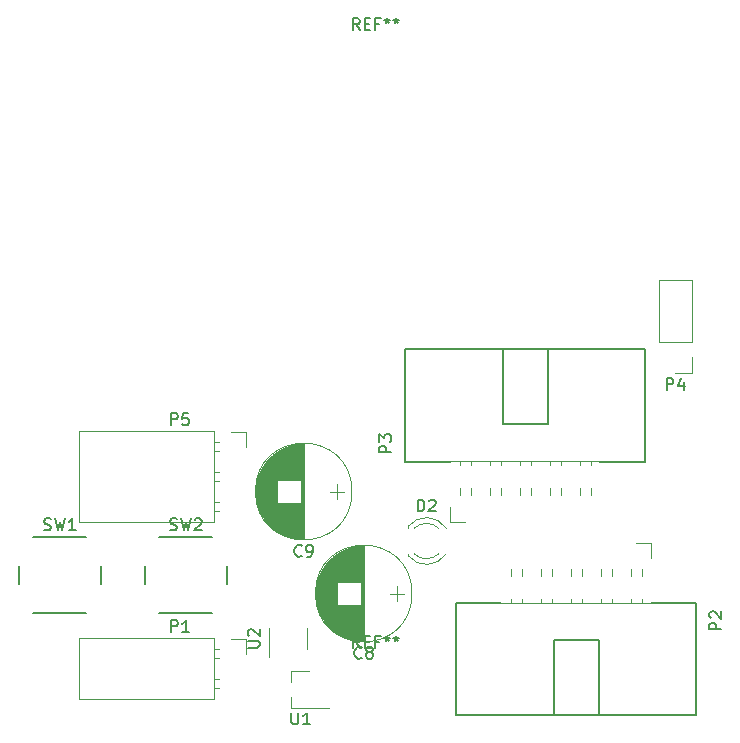
<source format=gbr>
G04 #@! TF.FileFunction,Legend,Top*
%FSLAX46Y46*%
G04 Gerber Fmt 4.6, Leading zero omitted, Abs format (unit mm)*
G04 Created by KiCad (PCBNEW 4.0.5) date 04/19/18 13:19:11*
%MOMM*%
%LPD*%
G01*
G04 APERTURE LIST*
%ADD10C,0.100000*%
%ADD11C,0.120000*%
%ADD12C,0.150000*%
G04 APERTURE END LIST*
D10*
D11*
X150414000Y-119126000D02*
G75*
G03X150414000Y-119126000I-4090000J0D01*
G01*
X146324000Y-123176000D02*
X146324000Y-115076000D01*
X146284000Y-123176000D02*
X146284000Y-115076000D01*
X146244000Y-123176000D02*
X146244000Y-115076000D01*
X146204000Y-123175000D02*
X146204000Y-115077000D01*
X146164000Y-123173000D02*
X146164000Y-115079000D01*
X146124000Y-123172000D02*
X146124000Y-115080000D01*
X146084000Y-123169000D02*
X146084000Y-115083000D01*
X146044000Y-123167000D02*
X146044000Y-120106000D01*
X146044000Y-118146000D02*
X146044000Y-115085000D01*
X146004000Y-123164000D02*
X146004000Y-120106000D01*
X146004000Y-118146000D02*
X146004000Y-115088000D01*
X145964000Y-123161000D02*
X145964000Y-120106000D01*
X145964000Y-118146000D02*
X145964000Y-115091000D01*
X145924000Y-123157000D02*
X145924000Y-120106000D01*
X145924000Y-118146000D02*
X145924000Y-115095000D01*
X145884000Y-123153000D02*
X145884000Y-120106000D01*
X145884000Y-118146000D02*
X145884000Y-115099000D01*
X145844000Y-123148000D02*
X145844000Y-120106000D01*
X145844000Y-118146000D02*
X145844000Y-115104000D01*
X145804000Y-123143000D02*
X145804000Y-120106000D01*
X145804000Y-118146000D02*
X145804000Y-115109000D01*
X145764000Y-123138000D02*
X145764000Y-120106000D01*
X145764000Y-118146000D02*
X145764000Y-115114000D01*
X145724000Y-123132000D02*
X145724000Y-120106000D01*
X145724000Y-118146000D02*
X145724000Y-115120000D01*
X145684000Y-123126000D02*
X145684000Y-120106000D01*
X145684000Y-118146000D02*
X145684000Y-115126000D01*
X145644000Y-123120000D02*
X145644000Y-120106000D01*
X145644000Y-118146000D02*
X145644000Y-115132000D01*
X145603000Y-123113000D02*
X145603000Y-120106000D01*
X145603000Y-118146000D02*
X145603000Y-115139000D01*
X145563000Y-123105000D02*
X145563000Y-120106000D01*
X145563000Y-118146000D02*
X145563000Y-115147000D01*
X145523000Y-123097000D02*
X145523000Y-120106000D01*
X145523000Y-118146000D02*
X145523000Y-115155000D01*
X145483000Y-123089000D02*
X145483000Y-120106000D01*
X145483000Y-118146000D02*
X145483000Y-115163000D01*
X145443000Y-123081000D02*
X145443000Y-120106000D01*
X145443000Y-118146000D02*
X145443000Y-115171000D01*
X145403000Y-123072000D02*
X145403000Y-120106000D01*
X145403000Y-118146000D02*
X145403000Y-115180000D01*
X145363000Y-123062000D02*
X145363000Y-120106000D01*
X145363000Y-118146000D02*
X145363000Y-115190000D01*
X145323000Y-123052000D02*
X145323000Y-120106000D01*
X145323000Y-118146000D02*
X145323000Y-115200000D01*
X145283000Y-123042000D02*
X145283000Y-120106000D01*
X145283000Y-118146000D02*
X145283000Y-115210000D01*
X145243000Y-123031000D02*
X145243000Y-120106000D01*
X145243000Y-118146000D02*
X145243000Y-115221000D01*
X145203000Y-123020000D02*
X145203000Y-120106000D01*
X145203000Y-118146000D02*
X145203000Y-115232000D01*
X145163000Y-123009000D02*
X145163000Y-120106000D01*
X145163000Y-118146000D02*
X145163000Y-115243000D01*
X145123000Y-122996000D02*
X145123000Y-120106000D01*
X145123000Y-118146000D02*
X145123000Y-115256000D01*
X145083000Y-122984000D02*
X145083000Y-120106000D01*
X145083000Y-118146000D02*
X145083000Y-115268000D01*
X145043000Y-122971000D02*
X145043000Y-120106000D01*
X145043000Y-118146000D02*
X145043000Y-115281000D01*
X145003000Y-122958000D02*
X145003000Y-120106000D01*
X145003000Y-118146000D02*
X145003000Y-115294000D01*
X144963000Y-122944000D02*
X144963000Y-120106000D01*
X144963000Y-118146000D02*
X144963000Y-115308000D01*
X144923000Y-122929000D02*
X144923000Y-120106000D01*
X144923000Y-118146000D02*
X144923000Y-115323000D01*
X144883000Y-122915000D02*
X144883000Y-120106000D01*
X144883000Y-118146000D02*
X144883000Y-115337000D01*
X144843000Y-122899000D02*
X144843000Y-120106000D01*
X144843000Y-118146000D02*
X144843000Y-115353000D01*
X144803000Y-122884000D02*
X144803000Y-120106000D01*
X144803000Y-118146000D02*
X144803000Y-115368000D01*
X144763000Y-122867000D02*
X144763000Y-120106000D01*
X144763000Y-118146000D02*
X144763000Y-115385000D01*
X144723000Y-122851000D02*
X144723000Y-120106000D01*
X144723000Y-118146000D02*
X144723000Y-115401000D01*
X144683000Y-122833000D02*
X144683000Y-120106000D01*
X144683000Y-118146000D02*
X144683000Y-115419000D01*
X144643000Y-122816000D02*
X144643000Y-120106000D01*
X144643000Y-118146000D02*
X144643000Y-115436000D01*
X144603000Y-122797000D02*
X144603000Y-120106000D01*
X144603000Y-118146000D02*
X144603000Y-115455000D01*
X144563000Y-122778000D02*
X144563000Y-120106000D01*
X144563000Y-118146000D02*
X144563000Y-115474000D01*
X144523000Y-122759000D02*
X144523000Y-120106000D01*
X144523000Y-118146000D02*
X144523000Y-115493000D01*
X144483000Y-122739000D02*
X144483000Y-120106000D01*
X144483000Y-118146000D02*
X144483000Y-115513000D01*
X144443000Y-122719000D02*
X144443000Y-120106000D01*
X144443000Y-118146000D02*
X144443000Y-115533000D01*
X144403000Y-122698000D02*
X144403000Y-120106000D01*
X144403000Y-118146000D02*
X144403000Y-115554000D01*
X144363000Y-122676000D02*
X144363000Y-120106000D01*
X144363000Y-118146000D02*
X144363000Y-115576000D01*
X144323000Y-122654000D02*
X144323000Y-120106000D01*
X144323000Y-118146000D02*
X144323000Y-115598000D01*
X144283000Y-122631000D02*
X144283000Y-120106000D01*
X144283000Y-118146000D02*
X144283000Y-115621000D01*
X144243000Y-122608000D02*
X144243000Y-120106000D01*
X144243000Y-118146000D02*
X144243000Y-115644000D01*
X144203000Y-122584000D02*
X144203000Y-120106000D01*
X144203000Y-118146000D02*
X144203000Y-115668000D01*
X144163000Y-122560000D02*
X144163000Y-120106000D01*
X144163000Y-118146000D02*
X144163000Y-115692000D01*
X144123000Y-122534000D02*
X144123000Y-120106000D01*
X144123000Y-118146000D02*
X144123000Y-115718000D01*
X144083000Y-122509000D02*
X144083000Y-115743000D01*
X144043000Y-122482000D02*
X144043000Y-115770000D01*
X144003000Y-122455000D02*
X144003000Y-115797000D01*
X143963000Y-122427000D02*
X143963000Y-115825000D01*
X143923000Y-122398000D02*
X143923000Y-115854000D01*
X143883000Y-122369000D02*
X143883000Y-115883000D01*
X143843000Y-122339000D02*
X143843000Y-115913000D01*
X143803000Y-122308000D02*
X143803000Y-115944000D01*
X143763000Y-122276000D02*
X143763000Y-115976000D01*
X143723000Y-122244000D02*
X143723000Y-116008000D01*
X143683000Y-122210000D02*
X143683000Y-116042000D01*
X143643000Y-122176000D02*
X143643000Y-116076000D01*
X143603000Y-122141000D02*
X143603000Y-116111000D01*
X143563000Y-122105000D02*
X143563000Y-116147000D01*
X143523000Y-122068000D02*
X143523000Y-116184000D01*
X143483000Y-122030000D02*
X143483000Y-116222000D01*
X143443000Y-121991000D02*
X143443000Y-116261000D01*
X143403000Y-121950000D02*
X143403000Y-116302000D01*
X143363000Y-121909000D02*
X143363000Y-116343000D01*
X143323000Y-121866000D02*
X143323000Y-116386000D01*
X143283000Y-121823000D02*
X143283000Y-116429000D01*
X143243000Y-121778000D02*
X143243000Y-116474000D01*
X143203000Y-121731000D02*
X143203000Y-116521000D01*
X143163000Y-121683000D02*
X143163000Y-116569000D01*
X143123000Y-121634000D02*
X143123000Y-116618000D01*
X143083000Y-121583000D02*
X143083000Y-116669000D01*
X143043000Y-121530000D02*
X143043000Y-116722000D01*
X143003000Y-121475000D02*
X143003000Y-116777000D01*
X142963000Y-121419000D02*
X142963000Y-116833000D01*
X142923000Y-121360000D02*
X142923000Y-116892000D01*
X142883000Y-121299000D02*
X142883000Y-116953000D01*
X142843000Y-121235000D02*
X142843000Y-117017000D01*
X142803000Y-121169000D02*
X142803000Y-117083000D01*
X142763000Y-121100000D02*
X142763000Y-117152000D01*
X142723000Y-121028000D02*
X142723000Y-117224000D01*
X142683000Y-120952000D02*
X142683000Y-117300000D01*
X142643000Y-120871000D02*
X142643000Y-117381000D01*
X142603000Y-120786000D02*
X142603000Y-117466000D01*
X142563000Y-120696000D02*
X142563000Y-117556000D01*
X142523000Y-120599000D02*
X142523000Y-117653000D01*
X142483000Y-120495000D02*
X142483000Y-117757000D01*
X142443000Y-120380000D02*
X142443000Y-117872000D01*
X142403000Y-120253000D02*
X142403000Y-117999000D01*
X142363000Y-120109000D02*
X142363000Y-118143000D01*
X142323000Y-119940000D02*
X142323000Y-118312000D01*
X142283000Y-119724000D02*
X142283000Y-118528000D01*
X142243000Y-119372000D02*
X142243000Y-118880000D01*
X149774000Y-119126000D02*
X148574000Y-119126000D01*
X149174000Y-119776000D02*
X149174000Y-118476000D01*
X145334000Y-110490000D02*
G75*
G03X145334000Y-110490000I-4090000J0D01*
G01*
X141244000Y-114540000D02*
X141244000Y-106440000D01*
X141204000Y-114540000D02*
X141204000Y-106440000D01*
X141164000Y-114540000D02*
X141164000Y-106440000D01*
X141124000Y-114539000D02*
X141124000Y-106441000D01*
X141084000Y-114537000D02*
X141084000Y-106443000D01*
X141044000Y-114536000D02*
X141044000Y-106444000D01*
X141004000Y-114533000D02*
X141004000Y-106447000D01*
X140964000Y-114531000D02*
X140964000Y-111470000D01*
X140964000Y-109510000D02*
X140964000Y-106449000D01*
X140924000Y-114528000D02*
X140924000Y-111470000D01*
X140924000Y-109510000D02*
X140924000Y-106452000D01*
X140884000Y-114525000D02*
X140884000Y-111470000D01*
X140884000Y-109510000D02*
X140884000Y-106455000D01*
X140844000Y-114521000D02*
X140844000Y-111470000D01*
X140844000Y-109510000D02*
X140844000Y-106459000D01*
X140804000Y-114517000D02*
X140804000Y-111470000D01*
X140804000Y-109510000D02*
X140804000Y-106463000D01*
X140764000Y-114512000D02*
X140764000Y-111470000D01*
X140764000Y-109510000D02*
X140764000Y-106468000D01*
X140724000Y-114507000D02*
X140724000Y-111470000D01*
X140724000Y-109510000D02*
X140724000Y-106473000D01*
X140684000Y-114502000D02*
X140684000Y-111470000D01*
X140684000Y-109510000D02*
X140684000Y-106478000D01*
X140644000Y-114496000D02*
X140644000Y-111470000D01*
X140644000Y-109510000D02*
X140644000Y-106484000D01*
X140604000Y-114490000D02*
X140604000Y-111470000D01*
X140604000Y-109510000D02*
X140604000Y-106490000D01*
X140564000Y-114484000D02*
X140564000Y-111470000D01*
X140564000Y-109510000D02*
X140564000Y-106496000D01*
X140523000Y-114477000D02*
X140523000Y-111470000D01*
X140523000Y-109510000D02*
X140523000Y-106503000D01*
X140483000Y-114469000D02*
X140483000Y-111470000D01*
X140483000Y-109510000D02*
X140483000Y-106511000D01*
X140443000Y-114461000D02*
X140443000Y-111470000D01*
X140443000Y-109510000D02*
X140443000Y-106519000D01*
X140403000Y-114453000D02*
X140403000Y-111470000D01*
X140403000Y-109510000D02*
X140403000Y-106527000D01*
X140363000Y-114445000D02*
X140363000Y-111470000D01*
X140363000Y-109510000D02*
X140363000Y-106535000D01*
X140323000Y-114436000D02*
X140323000Y-111470000D01*
X140323000Y-109510000D02*
X140323000Y-106544000D01*
X140283000Y-114426000D02*
X140283000Y-111470000D01*
X140283000Y-109510000D02*
X140283000Y-106554000D01*
X140243000Y-114416000D02*
X140243000Y-111470000D01*
X140243000Y-109510000D02*
X140243000Y-106564000D01*
X140203000Y-114406000D02*
X140203000Y-111470000D01*
X140203000Y-109510000D02*
X140203000Y-106574000D01*
X140163000Y-114395000D02*
X140163000Y-111470000D01*
X140163000Y-109510000D02*
X140163000Y-106585000D01*
X140123000Y-114384000D02*
X140123000Y-111470000D01*
X140123000Y-109510000D02*
X140123000Y-106596000D01*
X140083000Y-114373000D02*
X140083000Y-111470000D01*
X140083000Y-109510000D02*
X140083000Y-106607000D01*
X140043000Y-114360000D02*
X140043000Y-111470000D01*
X140043000Y-109510000D02*
X140043000Y-106620000D01*
X140003000Y-114348000D02*
X140003000Y-111470000D01*
X140003000Y-109510000D02*
X140003000Y-106632000D01*
X139963000Y-114335000D02*
X139963000Y-111470000D01*
X139963000Y-109510000D02*
X139963000Y-106645000D01*
X139923000Y-114322000D02*
X139923000Y-111470000D01*
X139923000Y-109510000D02*
X139923000Y-106658000D01*
X139883000Y-114308000D02*
X139883000Y-111470000D01*
X139883000Y-109510000D02*
X139883000Y-106672000D01*
X139843000Y-114293000D02*
X139843000Y-111470000D01*
X139843000Y-109510000D02*
X139843000Y-106687000D01*
X139803000Y-114279000D02*
X139803000Y-111470000D01*
X139803000Y-109510000D02*
X139803000Y-106701000D01*
X139763000Y-114263000D02*
X139763000Y-111470000D01*
X139763000Y-109510000D02*
X139763000Y-106717000D01*
X139723000Y-114248000D02*
X139723000Y-111470000D01*
X139723000Y-109510000D02*
X139723000Y-106732000D01*
X139683000Y-114231000D02*
X139683000Y-111470000D01*
X139683000Y-109510000D02*
X139683000Y-106749000D01*
X139643000Y-114215000D02*
X139643000Y-111470000D01*
X139643000Y-109510000D02*
X139643000Y-106765000D01*
X139603000Y-114197000D02*
X139603000Y-111470000D01*
X139603000Y-109510000D02*
X139603000Y-106783000D01*
X139563000Y-114180000D02*
X139563000Y-111470000D01*
X139563000Y-109510000D02*
X139563000Y-106800000D01*
X139523000Y-114161000D02*
X139523000Y-111470000D01*
X139523000Y-109510000D02*
X139523000Y-106819000D01*
X139483000Y-114142000D02*
X139483000Y-111470000D01*
X139483000Y-109510000D02*
X139483000Y-106838000D01*
X139443000Y-114123000D02*
X139443000Y-111470000D01*
X139443000Y-109510000D02*
X139443000Y-106857000D01*
X139403000Y-114103000D02*
X139403000Y-111470000D01*
X139403000Y-109510000D02*
X139403000Y-106877000D01*
X139363000Y-114083000D02*
X139363000Y-111470000D01*
X139363000Y-109510000D02*
X139363000Y-106897000D01*
X139323000Y-114062000D02*
X139323000Y-111470000D01*
X139323000Y-109510000D02*
X139323000Y-106918000D01*
X139283000Y-114040000D02*
X139283000Y-111470000D01*
X139283000Y-109510000D02*
X139283000Y-106940000D01*
X139243000Y-114018000D02*
X139243000Y-111470000D01*
X139243000Y-109510000D02*
X139243000Y-106962000D01*
X139203000Y-113995000D02*
X139203000Y-111470000D01*
X139203000Y-109510000D02*
X139203000Y-106985000D01*
X139163000Y-113972000D02*
X139163000Y-111470000D01*
X139163000Y-109510000D02*
X139163000Y-107008000D01*
X139123000Y-113948000D02*
X139123000Y-111470000D01*
X139123000Y-109510000D02*
X139123000Y-107032000D01*
X139083000Y-113924000D02*
X139083000Y-111470000D01*
X139083000Y-109510000D02*
X139083000Y-107056000D01*
X139043000Y-113898000D02*
X139043000Y-111470000D01*
X139043000Y-109510000D02*
X139043000Y-107082000D01*
X139003000Y-113873000D02*
X139003000Y-107107000D01*
X138963000Y-113846000D02*
X138963000Y-107134000D01*
X138923000Y-113819000D02*
X138923000Y-107161000D01*
X138883000Y-113791000D02*
X138883000Y-107189000D01*
X138843000Y-113762000D02*
X138843000Y-107218000D01*
X138803000Y-113733000D02*
X138803000Y-107247000D01*
X138763000Y-113703000D02*
X138763000Y-107277000D01*
X138723000Y-113672000D02*
X138723000Y-107308000D01*
X138683000Y-113640000D02*
X138683000Y-107340000D01*
X138643000Y-113608000D02*
X138643000Y-107372000D01*
X138603000Y-113574000D02*
X138603000Y-107406000D01*
X138563000Y-113540000D02*
X138563000Y-107440000D01*
X138523000Y-113505000D02*
X138523000Y-107475000D01*
X138483000Y-113469000D02*
X138483000Y-107511000D01*
X138443000Y-113432000D02*
X138443000Y-107548000D01*
X138403000Y-113394000D02*
X138403000Y-107586000D01*
X138363000Y-113355000D02*
X138363000Y-107625000D01*
X138323000Y-113314000D02*
X138323000Y-107666000D01*
X138283000Y-113273000D02*
X138283000Y-107707000D01*
X138243000Y-113230000D02*
X138243000Y-107750000D01*
X138203000Y-113187000D02*
X138203000Y-107793000D01*
X138163000Y-113142000D02*
X138163000Y-107838000D01*
X138123000Y-113095000D02*
X138123000Y-107885000D01*
X138083000Y-113047000D02*
X138083000Y-107933000D01*
X138043000Y-112998000D02*
X138043000Y-107982000D01*
X138003000Y-112947000D02*
X138003000Y-108033000D01*
X137963000Y-112894000D02*
X137963000Y-108086000D01*
X137923000Y-112839000D02*
X137923000Y-108141000D01*
X137883000Y-112783000D02*
X137883000Y-108197000D01*
X137843000Y-112724000D02*
X137843000Y-108256000D01*
X137803000Y-112663000D02*
X137803000Y-108317000D01*
X137763000Y-112599000D02*
X137763000Y-108381000D01*
X137723000Y-112533000D02*
X137723000Y-108447000D01*
X137683000Y-112464000D02*
X137683000Y-108516000D01*
X137643000Y-112392000D02*
X137643000Y-108588000D01*
X137603000Y-112316000D02*
X137603000Y-108664000D01*
X137563000Y-112235000D02*
X137563000Y-108745000D01*
X137523000Y-112150000D02*
X137523000Y-108830000D01*
X137483000Y-112060000D02*
X137483000Y-108920000D01*
X137443000Y-111963000D02*
X137443000Y-109017000D01*
X137403000Y-111859000D02*
X137403000Y-109121000D01*
X137363000Y-111744000D02*
X137363000Y-109236000D01*
X137323000Y-111617000D02*
X137323000Y-109363000D01*
X137283000Y-111473000D02*
X137283000Y-109507000D01*
X137243000Y-111304000D02*
X137243000Y-109676000D01*
X137203000Y-111088000D02*
X137203000Y-109892000D01*
X137163000Y-110736000D02*
X137163000Y-110244000D01*
X144694000Y-110490000D02*
X143494000Y-110490000D01*
X144094000Y-111140000D02*
X144094000Y-109840000D01*
X153310335Y-113602392D02*
G75*
G03X150078000Y-113445484I-1672335J-1078608D01*
G01*
X153310335Y-115759608D02*
G75*
G02X150078000Y-115916516I-1672335J1078608D01*
G01*
X152679130Y-113601163D02*
G75*
G03X150597039Y-113601000I-1041130J-1079837D01*
G01*
X152679130Y-115760837D02*
G75*
G02X150597039Y-115761000I-1041130J1079837D01*
G01*
X150078000Y-113445000D02*
X150078000Y-113601000D01*
X150078000Y-115761000D02*
X150078000Y-115917000D01*
X133668000Y-122876000D02*
X133668000Y-125476000D01*
X122244000Y-125476000D02*
X122244000Y-122876000D01*
X122228000Y-122876000D02*
X133668000Y-122876000D01*
X134098000Y-123826000D02*
X133668000Y-123826000D01*
X134098000Y-124586000D02*
X133668000Y-124586000D01*
X133668000Y-125476000D02*
X133668000Y-128076000D01*
X133668000Y-128076000D02*
X122228000Y-128076000D01*
X122244000Y-128076000D02*
X122244000Y-125476000D01*
X134098000Y-126366000D02*
X133668000Y-126366000D01*
X134098000Y-127126000D02*
X133668000Y-127126000D01*
X135128000Y-122936000D02*
X136398000Y-122936000D01*
X136398000Y-122936000D02*
X136398000Y-124206000D01*
D12*
X158115000Y-98425000D02*
X158115000Y-104775000D01*
X158115000Y-104775000D02*
X161925000Y-104775000D01*
X161925000Y-104775000D02*
X161925000Y-98425000D01*
X153670000Y-107950000D02*
X149860000Y-107950000D01*
X149860000Y-107950000D02*
X149860000Y-98425000D01*
X149860000Y-98425000D02*
X170180000Y-98425000D01*
X170180000Y-98425000D02*
X170180000Y-107950000D01*
X170180000Y-107950000D02*
X166370000Y-107950000D01*
D11*
X153550000Y-107940000D02*
X156210000Y-107940000D01*
X154500000Y-108250000D02*
X154500000Y-107940000D01*
X155380000Y-108250000D02*
X155380000Y-107940000D01*
X154500000Y-110790000D02*
X154500000Y-110190000D01*
X155380000Y-110790000D02*
X155380000Y-110190000D01*
X156210000Y-107940000D02*
X158750000Y-107940000D01*
X157040000Y-108250000D02*
X157040000Y-107940000D01*
X157920000Y-108250000D02*
X157920000Y-107940000D01*
X157040000Y-110790000D02*
X157040000Y-110190000D01*
X157920000Y-110790000D02*
X157920000Y-110190000D01*
X158750000Y-107940000D02*
X161290000Y-107940000D01*
X159580000Y-108250000D02*
X159580000Y-107940000D01*
X160460000Y-108250000D02*
X160460000Y-107940000D01*
X159580000Y-110790000D02*
X159580000Y-110190000D01*
X160460000Y-110790000D02*
X160460000Y-110190000D01*
X161290000Y-107940000D02*
X163830000Y-107940000D01*
X162120000Y-108250000D02*
X162120000Y-107940000D01*
X163000000Y-108250000D02*
X163000000Y-107940000D01*
X162120000Y-110790000D02*
X162120000Y-110190000D01*
X163000000Y-110790000D02*
X163000000Y-110190000D01*
X163830000Y-107940000D02*
X166490000Y-107940000D01*
X164660000Y-108250000D02*
X164660000Y-107940000D01*
X165540000Y-108250000D02*
X165540000Y-107940000D01*
X164660000Y-110790000D02*
X164660000Y-110190000D01*
X165540000Y-110790000D02*
X165540000Y-110190000D01*
X154940000Y-113030000D02*
X153670000Y-113030000D01*
X153670000Y-113030000D02*
X153670000Y-111760000D01*
X174110000Y-97790000D02*
X174110000Y-92590000D01*
X174110000Y-92590000D02*
X171330000Y-92590000D01*
X171330000Y-92590000D02*
X171330000Y-97790000D01*
X171330000Y-97790000D02*
X174110000Y-97790000D01*
X174110000Y-99060000D02*
X174110000Y-100450000D01*
X174110000Y-100450000D02*
X172720000Y-100450000D01*
X134098000Y-112140000D02*
X133668000Y-112140000D01*
X134098000Y-111380000D02*
X133668000Y-111380000D01*
X133668000Y-105350000D02*
X133668000Y-107950000D01*
X122244000Y-107950000D02*
X122244000Y-105350000D01*
X122228000Y-105350000D02*
X133668000Y-105350000D01*
X134098000Y-106300000D02*
X133668000Y-106300000D01*
X134098000Y-107060000D02*
X133668000Y-107060000D01*
X133668000Y-107950000D02*
X133668000Y-113090000D01*
X133668000Y-113090000D02*
X122228000Y-113090000D01*
X122244000Y-113090000D02*
X122244000Y-107950000D01*
X134098000Y-108840000D02*
X133668000Y-108840000D01*
X134098000Y-109600000D02*
X133668000Y-109600000D01*
X135128000Y-105410000D02*
X136398000Y-105410000D01*
X136398000Y-105410000D02*
X136398000Y-106680000D01*
D12*
X118348000Y-120816000D02*
X122848000Y-120816000D01*
X117098000Y-116816000D02*
X117098000Y-118316000D01*
X122848000Y-114316000D02*
X118348000Y-114316000D01*
X124098000Y-118316000D02*
X124098000Y-116816000D01*
X129016000Y-120816000D02*
X133516000Y-120816000D01*
X127766000Y-116816000D02*
X127766000Y-118316000D01*
X133516000Y-114316000D02*
X129016000Y-114316000D01*
X134766000Y-118316000D02*
X134766000Y-116816000D01*
D11*
X140210000Y-125674000D02*
X140210000Y-126604000D01*
X140210000Y-128834000D02*
X140210000Y-127904000D01*
X140210000Y-128834000D02*
X143370000Y-128834000D01*
X140210000Y-125674000D02*
X141670000Y-125674000D01*
X141564000Y-123836000D02*
X141564000Y-122036000D01*
X138344000Y-122036000D02*
X138344000Y-124486000D01*
D12*
X166243000Y-129413000D02*
X166243000Y-123063000D01*
X166243000Y-123063000D02*
X162433000Y-123063000D01*
X162433000Y-123063000D02*
X162433000Y-129413000D01*
X170688000Y-119888000D02*
X174498000Y-119888000D01*
X174498000Y-119888000D02*
X174498000Y-129413000D01*
X174498000Y-129413000D02*
X154178000Y-129413000D01*
X154178000Y-129413000D02*
X154178000Y-119888000D01*
X154178000Y-119888000D02*
X157988000Y-119888000D01*
D11*
X170808000Y-119898000D02*
X168148000Y-119898000D01*
X169858000Y-119588000D02*
X169858000Y-119898000D01*
X168978000Y-119588000D02*
X168978000Y-119898000D01*
X169858000Y-117048000D02*
X169858000Y-117648000D01*
X168978000Y-117048000D02*
X168978000Y-117648000D01*
X168148000Y-119898000D02*
X165608000Y-119898000D01*
X167318000Y-119588000D02*
X167318000Y-119898000D01*
X166438000Y-119588000D02*
X166438000Y-119898000D01*
X167318000Y-117048000D02*
X167318000Y-117648000D01*
X166438000Y-117048000D02*
X166438000Y-117648000D01*
X165608000Y-119898000D02*
X163068000Y-119898000D01*
X164778000Y-119588000D02*
X164778000Y-119898000D01*
X163898000Y-119588000D02*
X163898000Y-119898000D01*
X164778000Y-117048000D02*
X164778000Y-117648000D01*
X163898000Y-117048000D02*
X163898000Y-117648000D01*
X163068000Y-119898000D02*
X160528000Y-119898000D01*
X162238000Y-119588000D02*
X162238000Y-119898000D01*
X161358000Y-119588000D02*
X161358000Y-119898000D01*
X162238000Y-117048000D02*
X162238000Y-117648000D01*
X161358000Y-117048000D02*
X161358000Y-117648000D01*
X160528000Y-119898000D02*
X157868000Y-119898000D01*
X159698000Y-119588000D02*
X159698000Y-119898000D01*
X158818000Y-119588000D02*
X158818000Y-119898000D01*
X159698000Y-117048000D02*
X159698000Y-117648000D01*
X158818000Y-117048000D02*
X158818000Y-117648000D01*
X169418000Y-114808000D02*
X170688000Y-114808000D01*
X170688000Y-114808000D02*
X170688000Y-116078000D01*
D12*
X146157334Y-124543143D02*
X146109715Y-124590762D01*
X145966858Y-124638381D01*
X145871620Y-124638381D01*
X145728762Y-124590762D01*
X145633524Y-124495524D01*
X145585905Y-124400286D01*
X145538286Y-124209810D01*
X145538286Y-124066952D01*
X145585905Y-123876476D01*
X145633524Y-123781238D01*
X145728762Y-123686000D01*
X145871620Y-123638381D01*
X145966858Y-123638381D01*
X146109715Y-123686000D01*
X146157334Y-123733619D01*
X146728762Y-124066952D02*
X146633524Y-124019333D01*
X146585905Y-123971714D01*
X146538286Y-123876476D01*
X146538286Y-123828857D01*
X146585905Y-123733619D01*
X146633524Y-123686000D01*
X146728762Y-123638381D01*
X146919239Y-123638381D01*
X147014477Y-123686000D01*
X147062096Y-123733619D01*
X147109715Y-123828857D01*
X147109715Y-123876476D01*
X147062096Y-123971714D01*
X147014477Y-124019333D01*
X146919239Y-124066952D01*
X146728762Y-124066952D01*
X146633524Y-124114571D01*
X146585905Y-124162190D01*
X146538286Y-124257429D01*
X146538286Y-124447905D01*
X146585905Y-124543143D01*
X146633524Y-124590762D01*
X146728762Y-124638381D01*
X146919239Y-124638381D01*
X147014477Y-124590762D01*
X147062096Y-124543143D01*
X147109715Y-124447905D01*
X147109715Y-124257429D01*
X147062096Y-124162190D01*
X147014477Y-124114571D01*
X146919239Y-124066952D01*
X141077334Y-115907143D02*
X141029715Y-115954762D01*
X140886858Y-116002381D01*
X140791620Y-116002381D01*
X140648762Y-115954762D01*
X140553524Y-115859524D01*
X140505905Y-115764286D01*
X140458286Y-115573810D01*
X140458286Y-115430952D01*
X140505905Y-115240476D01*
X140553524Y-115145238D01*
X140648762Y-115050000D01*
X140791620Y-115002381D01*
X140886858Y-115002381D01*
X141029715Y-115050000D01*
X141077334Y-115097619D01*
X141553524Y-116002381D02*
X141744000Y-116002381D01*
X141839239Y-115954762D01*
X141886858Y-115907143D01*
X141982096Y-115764286D01*
X142029715Y-115573810D01*
X142029715Y-115192857D01*
X141982096Y-115097619D01*
X141934477Y-115050000D01*
X141839239Y-115002381D01*
X141648762Y-115002381D01*
X141553524Y-115050000D01*
X141505905Y-115097619D01*
X141458286Y-115192857D01*
X141458286Y-115430952D01*
X141505905Y-115526190D01*
X141553524Y-115573810D01*
X141648762Y-115621429D01*
X141839239Y-115621429D01*
X141934477Y-115573810D01*
X141982096Y-115526190D01*
X142029715Y-115430952D01*
X150899905Y-112173381D02*
X150899905Y-111173381D01*
X151138000Y-111173381D01*
X151280858Y-111221000D01*
X151376096Y-111316238D01*
X151423715Y-111411476D01*
X151471334Y-111601952D01*
X151471334Y-111744810D01*
X151423715Y-111935286D01*
X151376096Y-112030524D01*
X151280858Y-112125762D01*
X151138000Y-112173381D01*
X150899905Y-112173381D01*
X151852286Y-111268619D02*
X151899905Y-111221000D01*
X151995143Y-111173381D01*
X152233239Y-111173381D01*
X152328477Y-111221000D01*
X152376096Y-111268619D01*
X152423715Y-111363857D01*
X152423715Y-111459095D01*
X152376096Y-111601952D01*
X151804667Y-112173381D01*
X152423715Y-112173381D01*
X130009905Y-122388381D02*
X130009905Y-121388381D01*
X130390858Y-121388381D01*
X130486096Y-121436000D01*
X130533715Y-121483619D01*
X130581334Y-121578857D01*
X130581334Y-121721714D01*
X130533715Y-121816952D01*
X130486096Y-121864571D01*
X130390858Y-121912190D01*
X130009905Y-121912190D01*
X131533715Y-122388381D02*
X130962286Y-122388381D01*
X131248000Y-122388381D02*
X131248000Y-121388381D01*
X131152762Y-121531238D01*
X131057524Y-121626476D01*
X130962286Y-121674095D01*
X148661381Y-107164095D02*
X147661381Y-107164095D01*
X147661381Y-106783142D01*
X147709000Y-106687904D01*
X147756619Y-106640285D01*
X147851857Y-106592666D01*
X147994714Y-106592666D01*
X148089952Y-106640285D01*
X148137571Y-106687904D01*
X148185190Y-106783142D01*
X148185190Y-107164095D01*
X147661381Y-106259333D02*
X147661381Y-105640285D01*
X148042333Y-105973619D01*
X148042333Y-105830761D01*
X148089952Y-105735523D01*
X148137571Y-105687904D01*
X148232810Y-105640285D01*
X148470905Y-105640285D01*
X148566143Y-105687904D01*
X148613762Y-105735523D01*
X148661381Y-105830761D01*
X148661381Y-106116476D01*
X148613762Y-106211714D01*
X148566143Y-106259333D01*
X171981905Y-101902381D02*
X171981905Y-100902381D01*
X172362858Y-100902381D01*
X172458096Y-100950000D01*
X172505715Y-100997619D01*
X172553334Y-101092857D01*
X172553334Y-101235714D01*
X172505715Y-101330952D01*
X172458096Y-101378571D01*
X172362858Y-101426190D01*
X171981905Y-101426190D01*
X173410477Y-101235714D02*
X173410477Y-101902381D01*
X173172381Y-100854762D02*
X172934286Y-101569048D01*
X173553334Y-101569048D01*
X130009905Y-104862381D02*
X130009905Y-103862381D01*
X130390858Y-103862381D01*
X130486096Y-103910000D01*
X130533715Y-103957619D01*
X130581334Y-104052857D01*
X130581334Y-104195714D01*
X130533715Y-104290952D01*
X130486096Y-104338571D01*
X130390858Y-104386190D01*
X130009905Y-104386190D01*
X131486096Y-103862381D02*
X131009905Y-103862381D01*
X130962286Y-104338571D01*
X131009905Y-104290952D01*
X131105143Y-104243333D01*
X131343239Y-104243333D01*
X131438477Y-104290952D01*
X131486096Y-104338571D01*
X131533715Y-104433810D01*
X131533715Y-104671905D01*
X131486096Y-104767143D01*
X131438477Y-104814762D01*
X131343239Y-104862381D01*
X131105143Y-104862381D01*
X131009905Y-104814762D01*
X130962286Y-104767143D01*
X119264667Y-113720762D02*
X119407524Y-113768381D01*
X119645620Y-113768381D01*
X119740858Y-113720762D01*
X119788477Y-113673143D01*
X119836096Y-113577905D01*
X119836096Y-113482667D01*
X119788477Y-113387429D01*
X119740858Y-113339810D01*
X119645620Y-113292190D01*
X119455143Y-113244571D01*
X119359905Y-113196952D01*
X119312286Y-113149333D01*
X119264667Y-113054095D01*
X119264667Y-112958857D01*
X119312286Y-112863619D01*
X119359905Y-112816000D01*
X119455143Y-112768381D01*
X119693239Y-112768381D01*
X119836096Y-112816000D01*
X120169429Y-112768381D02*
X120407524Y-113768381D01*
X120598001Y-113054095D01*
X120788477Y-113768381D01*
X121026572Y-112768381D01*
X121931334Y-113768381D02*
X121359905Y-113768381D01*
X121645619Y-113768381D02*
X121645619Y-112768381D01*
X121550381Y-112911238D01*
X121455143Y-113006476D01*
X121359905Y-113054095D01*
X129932667Y-113720762D02*
X130075524Y-113768381D01*
X130313620Y-113768381D01*
X130408858Y-113720762D01*
X130456477Y-113673143D01*
X130504096Y-113577905D01*
X130504096Y-113482667D01*
X130456477Y-113387429D01*
X130408858Y-113339810D01*
X130313620Y-113292190D01*
X130123143Y-113244571D01*
X130027905Y-113196952D01*
X129980286Y-113149333D01*
X129932667Y-113054095D01*
X129932667Y-112958857D01*
X129980286Y-112863619D01*
X130027905Y-112816000D01*
X130123143Y-112768381D01*
X130361239Y-112768381D01*
X130504096Y-112816000D01*
X130837429Y-112768381D02*
X131075524Y-113768381D01*
X131266001Y-113054095D01*
X131456477Y-113768381D01*
X131694572Y-112768381D01*
X132027905Y-112863619D02*
X132075524Y-112816000D01*
X132170762Y-112768381D01*
X132408858Y-112768381D01*
X132504096Y-112816000D01*
X132551715Y-112863619D01*
X132599334Y-112958857D01*
X132599334Y-113054095D01*
X132551715Y-113196952D01*
X131980286Y-113768381D01*
X132599334Y-113768381D01*
X140208095Y-129206381D02*
X140208095Y-130015905D01*
X140255714Y-130111143D01*
X140303333Y-130158762D01*
X140398571Y-130206381D01*
X140589048Y-130206381D01*
X140684286Y-130158762D01*
X140731905Y-130111143D01*
X140779524Y-130015905D01*
X140779524Y-129206381D01*
X141779524Y-130206381D02*
X141208095Y-130206381D01*
X141493809Y-130206381D02*
X141493809Y-129206381D01*
X141398571Y-129349238D01*
X141303333Y-129444476D01*
X141208095Y-129492095D01*
X136506381Y-123697905D02*
X137315905Y-123697905D01*
X137411143Y-123650286D01*
X137458762Y-123602667D01*
X137506381Y-123507429D01*
X137506381Y-123316952D01*
X137458762Y-123221714D01*
X137411143Y-123174095D01*
X137315905Y-123126476D01*
X136506381Y-123126476D01*
X136601619Y-122697905D02*
X136554000Y-122650286D01*
X136506381Y-122555048D01*
X136506381Y-122316952D01*
X136554000Y-122221714D01*
X136601619Y-122174095D01*
X136696857Y-122126476D01*
X136792095Y-122126476D01*
X136934952Y-122174095D01*
X137506381Y-122745524D01*
X137506381Y-122126476D01*
X145986667Y-71420381D02*
X145653333Y-70944190D01*
X145415238Y-71420381D02*
X145415238Y-70420381D01*
X145796191Y-70420381D01*
X145891429Y-70468000D01*
X145939048Y-70515619D01*
X145986667Y-70610857D01*
X145986667Y-70753714D01*
X145939048Y-70848952D01*
X145891429Y-70896571D01*
X145796191Y-70944190D01*
X145415238Y-70944190D01*
X146415238Y-70896571D02*
X146748572Y-70896571D01*
X146891429Y-71420381D02*
X146415238Y-71420381D01*
X146415238Y-70420381D01*
X146891429Y-70420381D01*
X147653334Y-70896571D02*
X147320000Y-70896571D01*
X147320000Y-71420381D02*
X147320000Y-70420381D01*
X147796191Y-70420381D01*
X148320000Y-70420381D02*
X148320000Y-70658476D01*
X148081905Y-70563238D02*
X148320000Y-70658476D01*
X148558096Y-70563238D01*
X148177143Y-70848952D02*
X148320000Y-70658476D01*
X148462858Y-70848952D01*
X149081905Y-70420381D02*
X149081905Y-70658476D01*
X148843810Y-70563238D02*
X149081905Y-70658476D01*
X149320001Y-70563238D01*
X148939048Y-70848952D02*
X149081905Y-70658476D01*
X149224763Y-70848952D01*
X145986667Y-123744381D02*
X145653333Y-123268190D01*
X145415238Y-123744381D02*
X145415238Y-122744381D01*
X145796191Y-122744381D01*
X145891429Y-122792000D01*
X145939048Y-122839619D01*
X145986667Y-122934857D01*
X145986667Y-123077714D01*
X145939048Y-123172952D01*
X145891429Y-123220571D01*
X145796191Y-123268190D01*
X145415238Y-123268190D01*
X146415238Y-123220571D02*
X146748572Y-123220571D01*
X146891429Y-123744381D02*
X146415238Y-123744381D01*
X146415238Y-122744381D01*
X146891429Y-122744381D01*
X147653334Y-123220571D02*
X147320000Y-123220571D01*
X147320000Y-123744381D02*
X147320000Y-122744381D01*
X147796191Y-122744381D01*
X148320000Y-122744381D02*
X148320000Y-122982476D01*
X148081905Y-122887238D02*
X148320000Y-122982476D01*
X148558096Y-122887238D01*
X148177143Y-123172952D02*
X148320000Y-122982476D01*
X148462858Y-123172952D01*
X149081905Y-122744381D02*
X149081905Y-122982476D01*
X148843810Y-122887238D02*
X149081905Y-122982476D01*
X149320001Y-122887238D01*
X148939048Y-123172952D02*
X149081905Y-122982476D01*
X149224763Y-123172952D01*
X176601381Y-122150095D02*
X175601381Y-122150095D01*
X175601381Y-121769142D01*
X175649000Y-121673904D01*
X175696619Y-121626285D01*
X175791857Y-121578666D01*
X175934714Y-121578666D01*
X176029952Y-121626285D01*
X176077571Y-121673904D01*
X176125190Y-121769142D01*
X176125190Y-122150095D01*
X175696619Y-121197714D02*
X175649000Y-121150095D01*
X175601381Y-121054857D01*
X175601381Y-120816761D01*
X175649000Y-120721523D01*
X175696619Y-120673904D01*
X175791857Y-120626285D01*
X175887095Y-120626285D01*
X176029952Y-120673904D01*
X176601381Y-121245333D01*
X176601381Y-120626285D01*
M02*

</source>
